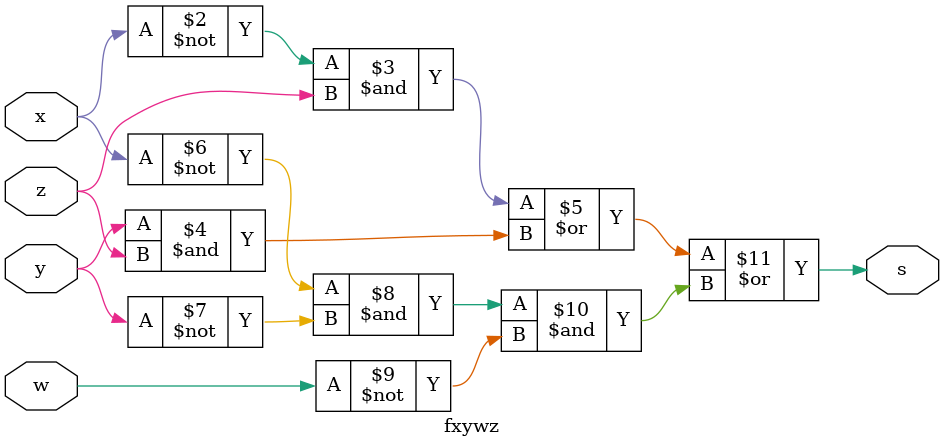
<source format=v>
/*
	Guia_0603b.v
	842536 - Mateus Henrique Medeiros Diniz
*/

module Guia_0603b;
	reg x, y, w, z;
	wire s;
	reg[3 : 0] m;
	
	fxywz f (s, x, y, w, z);
	
	initial 
	begin: main
		integer i;
		
		$display("s = (~x & z) | (y & z) | (~x & ~y & ~w)");
		
		$display("m  x y w z | s");
		$monitor("%d %b %b %b %b | %b", m, x, y, w, z, s);
		
		m = 0;
		x = 0;
		y = 0;
		w = 0;
		z = 0;
		
		for(i = 0; i < 15; i++) begin
			#1
			z = ~z;
			
			if((i + 1) % 2 == 0) begin
				w = ~w;
			end
			
			if((i + 1) % 4 == 0) begin
				y = ~y;
			end
			
			if((i + 1) % 8 == 0) begin
				x = ~x;
			end
			
			m++;
		end
	end
endmodule

module fxywz (output s, input x, y, w, z);
	assign s = (~x & z) | (y & z) | (~x & ~y & ~w);
endmodule
</source>
